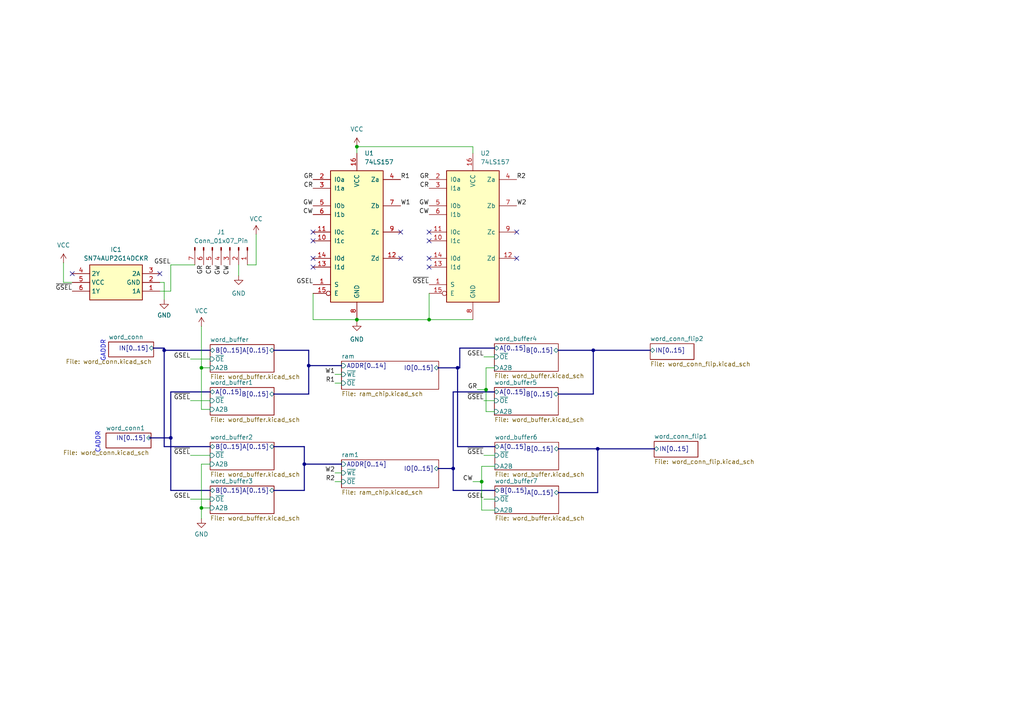
<source format=kicad_sch>
(kicad_sch (version 20231120) (generator "eeschema") (generator_version "8.0")
  (paper "A4")
  (lib_symbols
    (symbol "74xx:74LS157" (pin_names (offset 1.016))
      (property "Reference" "U" (at -7.62 19.05 0))
      (property "Value" "74LS157" (at -7.62 -21.59 0))
      (symbol "74LS157_1_0"
        (pin input line (at -12.7 -15.24 0) (length 5.08) (name "S") (number "1"))
        (pin input line (at -12.7 -2.54 0) (length 5.08) (name "I1c") (number "10"))
        (pin input line (at -12.7 0 0) (length 5.08) (name "I0c") (number "11"))
        (pin output line (at 12.7 -7.62 180) (length 5.08) (name "Zd") (number "12"))
        (pin input line (at -12.7 -10.16 0) (length 5.08) (name "I1d") (number "13"))
        (pin input line (at -12.7 -7.62 0) (length 5.08) (name "I0d") (number "14"))
        (pin input inverted (at -12.7 -17.78 0) (length 5.08) (name "E") (number "15"))
        (pin power_in line (at 0 22.86 270) (length 5.08) (name "VCC") (number "16"))
        (pin input line (at -12.7 15.24 0) (length 5.08) (name "I0a") (number "2"))
        (pin input line (at -12.7 12.7 0) (length 5.08) (name "I1a") (number "3"))
        (pin output line (at 12.7 15.24 180) (length 5.08) (name "Za") (number "4"))
        (pin input line (at -12.7 7.62 0) (length 5.08) (name "I0b") (number "5"))
        (pin input line (at -12.7 5.08 0) (length 5.08) (name "I1b") (number "6"))
        (pin output line (at 12.7 7.62 180) (length 5.08) (name "Zb") (number "7"))
        (pin power_in line (at 0 -25.4 90) (length 5.08) (name "GND") (number "8"))
        (pin output line (at 12.7 0 180) (length 5.08) (name "Zc") (number "9"))
      )
      (symbol "74LS157_1_1"
        (rectangle (start -7.62 17.78) (end 7.62 -20.32) (stroke (width 0.254)) (fill (type background)))
      )
    )
    (symbol "Connector:Conn_01x07_Pin" (pin_names (offset 1.016) hide)
      (property "Reference" "J" (at 0 10.16 0))
      (property "Value" "Conn_01x07_Pin" (at 0 -10.16 0))
      (symbol "Conn_01x07_Pin_1_1"
        (polyline (pts (xy 1.27 -7.62) (xy 0.8636 -7.62)) (stroke (width 0.1524)))
        (polyline (pts (xy 1.27 -5.08) (xy 0.8636 -5.08)) (stroke (width 0.1524)))
        (polyline (pts (xy 1.27 -2.54) (xy 0.8636 -2.54)) (stroke (width 0.1524)))
        (polyline (pts (xy 1.27 0) (xy 0.8636 0)) (stroke (width 0.1524)))
        (polyline (pts (xy 1.27 2.54) (xy 0.8636 2.54)) (stroke (width 0.1524)))
        (polyline (pts (xy 1.27 5.08) (xy 0.8636 5.08)) (stroke (width 0.1524)))
        (polyline (pts (xy 1.27 7.62) (xy 0.8636 7.62)) (stroke (width 0.1524)))
        (rectangle (start 0.8636 -7.493) (end 0 -7.747) (stroke (width 0.1524)) (fill (type outline)))
        (rectangle (start 0.8636 -4.953) (end 0 -5.207) (stroke (width 0.1524)) (fill (type outline)))
        (rectangle (start 0.8636 -2.413) (end 0 -2.667) (stroke (width 0.1524)) (fill (type outline)))
        (rectangle (start 0.8636 0.127) (end 0 -0.127) (stroke (width 0.1524)) (fill (type outline)))
        (rectangle (start 0.8636 2.667) (end 0 2.413) (stroke (width 0.1524)) (fill (type outline)))
        (rectangle (start 0.8636 5.207) (end 0 4.953) (stroke (width 0.1524)) (fill (type outline)))
        (rectangle (start 0.8636 7.747) (end 0 7.493) (stroke (width 0.1524)) (fill (type outline)))
        (pin passive line (at 5.08 7.62 180) (length 3.81) (name "Pin_1") (number "1"))
        (pin passive line (at 5.08 5.08 180) (length 3.81) (name "Pin_2") (number "2"))
        (pin passive line (at 5.08 2.54 180) (length 3.81) (name "Pin_3") (number "3"))
        (pin passive line (at 5.08 0 180) (length 3.81) (name "Pin_4") (number "4"))
        (pin passive line (at 5.08 -2.54 180) (length 3.81) (name "Pin_5") (number "5"))
        (pin passive line (at 5.08 -5.08 180) (length 3.81) (name "Pin_6") (number "6"))
        (pin passive line (at 5.08 -7.62 180) (length 3.81) (name "Pin_7") (number "7"))
      )
    )
    (symbol "SN74AUP2G14DCKR:SN74AUP2G14DCKR"
      (property "Reference" "IC" (at 21.59 7.62 0))
      (property "Value" "SN74AUP2G14DCKR" (at 21.59 5.08 0))
      (symbol "SN74AUP2G14DCKR_1_1"
        (rectangle (start 5.08 2.54) (end 20.32 -7.62) (stroke (width 0.254)) (fill (type background)))
        (pin passive line (at 0 0 0) (length 5.08) (name "1A") (number "1"))
        (pin power_in line (at 0 -2.54 0) (length 5.08) (name "GND") (number "2"))
        (pin passive line (at 0 -5.08 0) (length 5.08) (name "2A") (number "3"))
        (pin passive line (at 25.4 -5.08 180) (length 5.08) (name "2Y") (number "4"))
        (pin power_in line (at 25.4 -2.54 180) (length 5.08) (name "VCC") (number "5"))
        (pin passive line (at 25.4 0 180) (length 5.08) (name "1Y") (number "6"))
      )
    )
    (symbol "power:GND" (power) (pin_numbers hide) (pin_names (offset 0) hide)
      (property "Value" "GND" (at 0 -3.81 0))
      (symbol "GND_0_1"
        (polyline (pts (xy 0 0) (xy 0 -1.27) (xy 1.27 -1.27) (xy 0 -2.54) (xy -1.27 -1.27) (xy 0 -1.27)))
      )
      (symbol "GND_1_1"
        (pin power_in line (at 0 0 270) (length 0) (name "~") (number "1"))
      )
    )
    (symbol "power:VCC" (power) (pin_numbers hide) (pin_names (offset 0) hide)
      (property "Value" "VCC" (at 0 3.556 0))
      (symbol "VCC_0_1"
        (polyline (pts (xy -0.762 1.27) (xy 0 2.54)))
        (polyline (pts (xy 0 0) (xy 0 2.54)))
        (polyline (pts (xy 0 2.54) (xy 0.762 1.27)))
      )
      (symbol "VCC_1_1"
        (pin power_in line (at 0 0 90) (length 0) (name "~") (number "1"))
      )
    )
  )
  (junction (at 131.445 135.89))
  (junction (at 58.42 106.68))
  (junction (at 88.265 134.62))
  (junction (at 172.085 101.6))
  (junction (at 89.535 106.045))
  (junction (at 58.42 147.32))
  (junction (at 139.7 139.7))
  (junction (at 132.715 106.68))
  (junction (at 47.625 101.6))
  (junction (at 140.97 113.03))
  (junction (at 103.505 92.71))
  (junction (at 173.355 130.175))
  (junction (at 103.505 42.545))
  (junction (at 49.53 127))
  (junction (at 124.46 92.71))
  (no_connect (at 124.46 69.85))
  (no_connect (at 124.46 74.93))
  (no_connect (at 124.46 77.47))
  (no_connect (at 90.805 67.31))
  (no_connect (at 20.955 79.375))
  (no_connect (at 116.205 67.31))
  (no_connect (at 90.805 74.93))
  (no_connect (at 90.805 69.85))
  (no_connect (at 149.86 74.93))
  (no_connect (at 124.46 67.31))
  (no_connect (at 149.86 67.31))
  (no_connect (at 116.205 74.93))
  (no_connect (at 46.355 79.375))
  (no_connect (at 90.805 77.47))
  (wire (pts (xy 18.415 81.915) (xy 20.955 81.915)))
  (wire (pts (xy 140.97 119.38) (xy 143.383 119.38)))
  (wire (pts (xy 49.53 76.835) (xy 56.515 76.835)))
  (wire (pts (xy 137.16 139.7) (xy 139.7 139.7)))
  (bus (pts (xy 161.925 142.875) (xy 173.355 142.875)))
  (bus (pts (xy 173.355 142.875) (xy 173.355 130.175)))
  (bus (pts (xy 173.355 130.175) (xy 189.865 130.175)))
  (bus (pts (xy 133.35 100.965) (xy 133.35 106.68)))
  (bus (pts (xy 89.535 114.3) (xy 89.535 106.045)))
  (bus (pts (xy 89.535 101.6) (xy 89.535 106.045)))
  (wire (pts (xy 139.7 135.255) (xy 139.7 139.7)))
  (wire (pts (xy 55.245 144.78) (xy 60.96 144.78)))
  (bus (pts (xy 88.265 134.62) (xy 99.06 134.62)))
  (bus (pts (xy 47.625 101.6) (xy 47.625 129.54)))
  (bus (pts (xy 88.265 142.24) (xy 88.265 134.62)))
  (wire (pts (xy 58.42 106.68) (xy 58.42 118.745)))
  (wire (pts (xy 140.335 103.505) (xy 143.383 103.505)))
  (wire (pts (xy 69.215 76.835) (xy 69.215 80.01)))
  (bus (pts (xy 49.53 127) (xy 49.53 113.665)))
  (wire (pts (xy 140.97 113.03) (xy 140.97 119.38)))
  (wire (pts (xy 139.7 147.955) (xy 143.51 147.955)))
  (wire (pts (xy 90.805 85.09) (xy 90.805 92.71)))
  (bus (pts (xy 49.53 113.665) (xy 60.96 113.665)))
  (bus (pts (xy 132.715 106.68) (xy 133.35 106.68)))
  (bus (pts (xy 127 135.89) (xy 131.445 135.89)))
  (wire (pts (xy 140.97 106.68) (xy 140.97 113.03)))
  (bus (pts (xy 161.925 114.3) (xy 172.085 114.3)))
  (bus (pts (xy 47.625 100.965) (xy 47.625 101.6)))
  (wire (pts (xy 97.155 111.125) (xy 99.06 111.125)))
  (wire (pts (xy 143.51 135.255) (xy 139.7 135.255)))
  (wire (pts (xy 58.42 94.615) (xy 58.42 106.68)))
  (wire (pts (xy 49.53 76.835) (xy 49.53 84.455)))
  (bus (pts (xy 79.375 114.3) (xy 89.535 114.3)))
  (wire (pts (xy 90.805 92.71) (xy 103.505 92.71)))
  (wire (pts (xy 18.415 76.2) (xy 18.415 81.915)))
  (bus (pts (xy 172.085 101.6) (xy 172.085 114.3)))
  (bus (pts (xy 44.45 100.965) (xy 47.625 100.965)))
  (bus (pts (xy 79.375 142.24) (xy 88.265 142.24)))
  (wire (pts (xy 74.295 76.835) (xy 71.755 76.835)))
  (wire (pts (xy 103.505 42.545) (xy 103.505 44.45)))
  (bus (pts (xy 43.18 127) (xy 49.53 127)))
  (bus (pts (xy 79.375 129.54) (xy 88.265 129.54)))
  (wire (pts (xy 46.355 84.455) (xy 49.53 84.455)))
  (wire (pts (xy 140.335 144.78) (xy 143.51 144.78)))
  (bus (pts (xy 172.085 101.6) (xy 188.595 101.6)))
  (bus (pts (xy 131.445 135.89) (xy 131.445 142.24)))
  (wire (pts (xy 139.7 139.7) (xy 139.7 147.955)))
  (wire (pts (xy 140.335 116.205) (xy 143.383 116.205)))
  (wire (pts (xy 124.46 92.71) (xy 137.16 92.71)))
  (wire (pts (xy 103.505 92.71) (xy 124.46 92.71)))
  (bus (pts (xy 47.625 129.54) (xy 60.96 129.54)))
  (wire (pts (xy 58.42 106.68) (xy 60.96 106.68)))
  (bus (pts (xy 88.265 129.54) (xy 88.265 134.62)))
  (wire (pts (xy 46.355 81.915) (xy 47.625 81.915)))
  (wire (pts (xy 55.245 104.14) (xy 60.96 104.14)))
  (wire (pts (xy 97.155 139.7) (xy 99.06 139.7)))
  (bus (pts (xy 127 106.68) (xy 132.715 106.68)))
  (wire (pts (xy 58.42 134.62) (xy 60.96 134.62)))
  (bus (pts (xy 47.625 101.6) (xy 60.96 101.6)))
  (wire (pts (xy 47.625 81.915) (xy 47.625 86.995)))
  (bus (pts (xy 131.445 142.24) (xy 143.51 142.24)))
  (wire (pts (xy 58.42 118.745) (xy 60.96 118.745)))
  (wire (pts (xy 124.46 85.09) (xy 124.46 92.71)))
  (wire (pts (xy 58.42 134.62) (xy 58.42 147.32)))
  (bus (pts (xy 132.715 106.68) (xy 132.715 129.54)))
  (bus (pts (xy 161.925 130.175) (xy 173.355 130.175)))
  (wire (pts (xy 97.155 108.585) (xy 99.06 108.585)))
  (wire (pts (xy 55.245 132.08) (xy 60.96 132.08)))
  (bus (pts (xy 131.445 113.665) (xy 143.383 113.665)))
  (wire (pts (xy 137.16 42.545) (xy 137.16 44.45)))
  (wire (pts (xy 55.245 116.205) (xy 60.96 116.205)))
  (wire (pts (xy 103.505 42.545) (xy 137.16 42.545)))
  (bus (pts (xy 79.375 101.6) (xy 89.535 101.6)))
  (wire (pts (xy 138.43 113.03) (xy 140.97 113.03)))
  (bus (pts (xy 161.925 101.6) (xy 172.085 101.6)))
  (bus (pts (xy 131.445 135.89) (xy 131.445 113.665)))
  (bus (pts (xy 143.383 100.965) (xy 133.35 100.965)))
  (wire (pts (xy 143.383 106.68) (xy 140.97 106.68)))
  (bus (pts (xy 89.535 106.045) (xy 99.06 106.045)))
  (wire (pts (xy 140.335 132.08) (xy 143.51 132.08)))
  (wire (pts (xy 97.155 137.16) (xy 99.06 137.16)))
  (bus (pts (xy 132.715 129.54) (xy 143.51 129.54)))
  (wire (pts (xy 74.295 67.945) (xy 74.295 76.835)))
  (bus (pts (xy 49.53 142.24) (xy 60.96 142.24)))
  (wire (pts (xy 103.505 93.345) (xy 103.505 92.71)))
  (wire (pts (xy 58.42 147.32) (xy 60.96 147.32)))
  (wire (pts (xy 58.42 147.32) (xy 58.42 150.495)))
  (bus (pts (xy 49.53 127) (xy 49.53 142.24)))
  (text "CADDR" (at 28.448 128.27 90) (effects (font (size 1.27 1.27))))
  (text "GADDR\n" (at 29.972 101.727 90) (effects (font (size 1.27 1.27))))
  (label "GSEL" (at 140.335 103.505 180))
  (label "~{GSEL}" (at 140.335 132.08 180))
  (label "CW" (at 124.46 62.23 180))
  (label "~{GSEL}" (at 124.46 82.55 180))
  (label "W2" (at 97.155 137.16 180))
  (label "R1" (at 97.155 111.125 180))
  (label "GSEL" (at 55.245 144.78 180))
  (label "GR" (at 59.055 76.835 270))
  (label "GSEL" (at 90.805 82.55 180))
  (label "W2" (at 149.86 59.69 0))
  (label "R2" (at 149.86 52.07 0))
  (label "GW" (at 90.805 59.69 180))
  (label "~{GSEL}" (at 55.245 116.205 180))
  (label "R1" (at 116.205 52.07 0))
  (label "GSEL" (at 55.245 104.14 180))
  (label "GR" (at 90.805 52.07 180))
  (label "GW" (at 64.135 76.835 270))
  (label "GSEL" (at 49.53 76.835 180))
  (label "~{GSEL}" (at 140.335 116.205 180))
  (label "~{GSEL}" (at 55.245 132.08 180))
  (label "CR" (at 90.805 54.61 180))
  (label "GR" (at 138.43 113.03 180))
  (label "R2" (at 97.155 139.7 180))
  (label "~{GSEL}" (at 20.955 84.455 180))
  (label "GSEL" (at 140.335 144.78 180))
  (label "CR" (at 124.46 54.61 180))
  (label "CR" (at 61.595 76.835 270))
  (label "GR" (at 124.46 52.07 180))
  (label "GW" (at 124.46 59.69 180))
  (label "CW" (at 90.805 62.23 180))
  (label "W1" (at 116.205 59.69 0))
  (label "W1" (at 97.155 108.585 180))
  (label "CW" (at 66.675 76.835 270))
  (label "CW" (at 137.16 139.7 180))
  (symbol (lib_id "Connector:Conn_01x07_Pin") (at 64.135 71.755 270) (unit 1)
    (property "Reference" "J1" (at 64.135 67.31 90))
    (property "Value" "Conn_01x07_Pin" (at 64.135 69.85 90))
    (property "Footprint" "Connector_PinSocket_2.54mm:PinSocket_1x07_P2.54mm_Vertical" (effects (hide yes)))
    (property "Description" "Generic connector, single row, 01x07, script generated" (effects (hide yes)))
  )
  (symbol (lib_id "power:VCC") (at 58.42 94.615 0) (unit 1)
    (property "Reference" "#PWR03" (effects (hide yes)))
    (property "Value" "VCC" (at 58.42 90.17 0))
    (property "Description" "Power symbol creates a global label with name \"VCC\"" (effects (hide yes)))
  )
  (symbol (lib_id "74xx:74LS157") (at 137.16 67.31 0) (unit 1)
    (property "Reference" "U2" (at 139.3541 44.45 0) (effects (justify left)))
    (property "Value" "74LS157" (at 139.3541 46.99 0) (effects (justify left)))
    (property "Footprint" "Package_SO:SOIC-16_3.9x9.9mm_P1.27mm" (effects (hide yes)))
    (property "Datasheet" "http://www.ti.com/lit/gpn/sn74LS157" (effects (hide yes)))
    (property "Description" "Quad 2 to 1 line Multiplexer" (effects (hide yes)))
  )
  (symbol (lib_id "power:GND") (at 69.215 80.01 0) (unit 1)
    (property "Reference" "#PWR05" (effects (hide yes)))
    (property "Value" "GND" (at 69.215 85.09 0))
    (property "Description" "Power symbol creates a global label with name \"GND\" , ground" (effects (hide yes)))
  )
  (symbol (lib_id "power:VCC") (at 103.505 42.545 0) (unit 1)
    (property "Reference" "#PWR07" (effects (hide yes)))
    (property "Value" "VCC" (at 103.505 37.465 0))
    (property "Description" "Power symbol creates a global label with name \"VCC\"" (effects (hide yes)))
  )
  (symbol (lib_id "power:GND") (at 58.42 150.495 0) (unit 1)
    (property "Reference" "#PWR04" (effects (hide yes)))
    (property "Value" "GND" (at 58.42 154.94 0))
    (property "Description" "Power symbol creates a global label with name \"GND\" , ground" (effects (hide yes)))
  )
  (symbol (lib_id "power:VCC") (at 18.415 76.2 0) (unit 1)
    (property "Reference" "#PWR01" (effects (hide yes)))
    (property "Value" "VCC" (at 18.415 71.12 0))
    (property "Description" "Power symbol creates a global label with name \"VCC\"" (effects (hide yes)))
  )
  (symbol (lib_id "74xx:74LS157") (at 103.505 67.31 0) (unit 1)
    (property "Reference" "U1" (at 105.6991 44.45 0) (effects (justify left)))
    (property "Value" "74LS157" (at 105.6991 46.99 0) (effects (justify left)))
    (property "Footprint" "Package_SO:SOIC-16_3.9x9.9mm_P1.27mm" (effects (hide yes)))
    (property "Datasheet" "http://www.ti.com/lit/gpn/sn74LS157" (effects (hide yes)))
    (property "Description" "Quad 2 to 1 line Multiplexer" (effects (hide yes)))
  )
  (symbol (lib_id "power:GND") (at 47.625 86.995 0) (unit 1)
    (property "Reference" "#PWR02" (effects (hide yes)))
    (property "Value" "GND" (at 47.625 91.44 0))
    (property "Description" "Power symbol creates a global label with name \"GND\" , ground" (effects (hide yes)))
  )
  (symbol (lib_id "power:GND") (at 103.505 93.345 0) (unit 1)
    (property "Reference" "#PWR08" (effects (hide yes)))
    (property "Value" "GND" (at 103.505 98.425 0))
    (property "Description" "Power symbol creates a global label with name \"GND\" , ground" (effects (hide yes)))
  )
  (symbol (lib_id "power:VCC") (at 74.295 67.945 0) (unit 1)
    (property "Reference" "#PWR06" (effects (hide yes)))
    (property "Value" "VCC" (at 74.295 63.5 0))
    (property "Description" "Power symbol creates a global label with name \"VCC\"" (effects (hide yes)))
  )
  (symbol (lib_id "SN74AUP2G14DCKR:SN74AUP2G14DCKR") (at 46.355 84.455 180) (unit 1)
    (property "Reference" "IC1" (at 33.655 72.39 0))
    (property "Value" "SN74AUP2G14DCKR" (at 33.655 74.93 0))
    (property "Footprint" "sn74aup2:SOT65P210X110-6N" (effects (hide yes)))
    (property "Datasheet" "http://www.ti.com/lit/ds/symlink/sn74aup2g14.pdf" (effects (hide yes)))
    (property "Description" "Low-Power Dual Schmitt-Trigger Inverter" (effects (hide yes)))
    (property "Height" "1.1" (effects (hide yes)))
    (property "Mouser Part Number" "595-SN74AUP2G14DCKR" (effects (hide yes)))
    (property "Mouser Price/Stock" "https://www.mouser.co.uk/ProductDetail/Texas-Instruments/SN74AUP2G14DCKR?qs=EuM%2FBx4ov4QTOJAKFTdFxA%3D%3D" (effects (hide yes)))
    (property "Manufacturer_Name" "Texas Instruments" (effects (hide yes)))
    (property "Manufacturer_Part_Number" "SN74AUP2G14DCKR" (effects (hide yes)))
  )
  (sheet (at 143.51 128.27) (size 18.542 8.001) (stroke (width 0.1524))
    (property "Sheetname" "word_buffer6" (at 143.51 127.5584 0) (effects (justify left bottom)))
    (property "Sheetfile" "word_buffer.kicad_sch" (at 143.51 136.8556 0) (effects (justify left top)))
    (pin "~{OE}" input (at 143.51 132.08 180))
    (pin "A[0..15]" bidirectional (at 143.51 129.54 180))
    (pin "B[0..15]" bidirectional (at 162.052 130.175 0))
    (pin "A2B" input (at 143.51 135.255 180))
  )
  (sheet (at 143.51 140.97) (size 18.542 8.001) (stroke (width 0.1524))
    (property "Sheetname" "word_buffer7" (at 143.51 140.2584 0) (effects (justify left bottom)))
    (property "Sheetfile" "word_buffer.kicad_sch" (at 143.51 149.5556 0) (effects (justify left top)))
    (pin "~{OE}" input (at 143.51 144.78 180))
    (pin "A[0..15]" bidirectional (at 162.052 142.875 0))
    (pin "B[0..15]" bidirectional (at 143.51 142.24 180))
    (pin "A2B" input (at 143.51 147.955 180))
  )
  (sheet (at 99.06 104.775) (size 28.194 8.128) (stroke (width 0.1524))
    (property "Sheetname" "ram" (at 99.06 104.0634 0) (effects (justify left bottom)))
    (property "Sheetfile" "ram_chip.kicad_sch" (at 99.06 113.4876 0) (effects (justify left top)))
    (pin "ADDR[0..14]" input (at 99.06 106.045 180))
    (pin "~{WE}" input (at 99.06 108.585 180))
    (pin "~{OE}" input (at 99.06 111.125 180))
    (pin "IO[0..15]" bidirectional (at 127.254 106.68 0))
  )
  (sheet (at 31.496 99.187) (size 13.081 4.318) (stroke (width 0.1524))
    (property "Sheetname" "word_conn" (at 31.496 98.4754 0) (effects (justify left bottom)))
    (property "Sheetfile" "word_conn.kicad_sch" (at 19.05 104.14 0) (effects (justify left top)))
    (pin "IN[0..15]" tri_state (at 44.577 100.965 0))
  )
  (sheet (at 60.96 128.27) (size 18.542 8.001) (stroke (width 0.1524))
    (property "Sheetname" "word_buffer2" (at 60.96 127.5584 0) (effects (justify left bottom)))
    (property "Sheetfile" "word_buffer.kicad_sch" (at 60.96 136.8556 0) (effects (justify left top)))
    (pin "~{OE}" input (at 60.96 132.08 180))
    (pin "A[0..15]" bidirectional (at 79.502 129.54 0))
    (pin "B[0..15]" bidirectional (at 60.96 129.54 180))
    (pin "A2B" input (at 60.96 134.62 180))
  )
  (sheet (at 143.383 112.395) (size 18.542 8.001) (stroke (width 0.1524))
    (property "Sheetname" "word_buffer5" (at 143.383 111.6834 0) (effects (justify left bottom)))
    (property "Sheetfile" "word_buffer.kicad_sch" (at 143.383 120.9806 0) (effects (justify left top)))
    (pin "~{OE}" input (at 143.383 116.205 180))
    (pin "A[0..15]" bidirectional (at 143.383 113.665 180))
    (pin "B[0..15]" bidirectional (at 161.925 114.3 0))
    (pin "A2B" input (at 143.383 119.38 180))
  )
  (sheet (at 60.96 140.97) (size 18.542 8.001) (stroke (width 0.1524))
    (property "Sheetname" "word_buffer3" (at 60.96 140.2584 0) (effects (justify left bottom)))
    (property "Sheetfile" "word_buffer.kicad_sch" (at 60.96 149.5556 0) (effects (justify left top)))
    (pin "~{OE}" input (at 60.96 144.78 180))
    (pin "A[0..15]" bidirectional (at 79.502 142.24 0))
    (pin "B[0..15]" bidirectional (at 60.96 142.24 180))
    (pin "A2B" input (at 60.96 147.32 180))
  )
  (sheet (at 99.06 133.35) (size 28.194 8.128) (stroke (width 0.1524))
    (property "Sheetname" "ram1" (at 99.06 132.6384 0) (effects (justify left bottom)))
    (property "Sheetfile" "ram_chip.kicad_sch" (at 99.06 142.0626 0) (effects (justify left top)))
    (pin "ADDR[0..14]" input (at 99.06 134.62 180))
    (pin "~{WE}" input (at 99.06 137.16 180))
    (pin "~{OE}" input (at 99.06 139.7 180))
    (pin "IO[0..15]" bidirectional (at 127.254 135.89 0))
  )
  (sheet (at 60.96 99.949) (size 18.542 8.001) (stroke (width 0.1524))
    (property "Sheetname" "word_buffer" (at 60.96 99.2374 0) (effects (justify left bottom)))
    (property "Sheetfile" "word_buffer.kicad_sch" (at 60.96 108.5346 0) (effects (justify left top)))
    (pin "~{OE}" input (at 60.96 104.14 180))
    (pin "A[0..15]" bidirectional (at 79.502 101.6 0))
    (pin "B[0..15]" bidirectional (at 60.96 101.6 180))
    (pin "A2B" input (at 60.96 106.68 180))
  )
  (sheet (at 188.595 99.695) (size 12.7 4.572) (stroke (width 0.1524))
    (property "Sheetname" "word_conn_flip2" (at 188.595 98.9834 0) (effects (justify left bottom)))
    (property "Sheetfile" "word_conn_flip.kicad_sch" (at 188.595 104.8516 0) (effects (justify left top)))
    (pin "IN[0..15]" tri_state (at 188.595 101.6 180))
  )
  (sheet (at 189.738 128.016) (size 12.7 4.572) (stroke (width 0.1524))
    (property "Sheetname" "word_conn_flip1" (at 189.738 127.3044 0) (effects (justify left bottom)))
    (property "Sheetfile" "word_conn_flip.kicad_sch" (at 189.738 133.1726 0) (effects (justify left top)))
    (pin "IN[0..15]" tri_state (at 189.738 130.175 180))
  )
  (sheet (at 143.383 99.695) (size 18.542 8.001) (stroke (width 0.1524))
    (property "Sheetname" "word_buffer4" (at 143.383 98.9834 0) (effects (justify left bottom)))
    (property "Sheetfile" "word_buffer.kicad_sch" (at 143.383 108.2806 0) (effects (justify left top)))
    (pin "~{OE}" input (at 143.383 103.505 180))
    (pin "A[0..15]" bidirectional (at 143.383 100.965 180))
    (pin "B[0..15]" bidirectional (at 161.925 101.6 0))
    (pin "A2B" input (at 143.383 106.68 180))
  )
  (sheet (at 60.96 112.395) (size 18.542 8.001) (stroke (width 0.1524))
    (property "Sheetname" "word_buffer1" (at 60.96 111.6834 0) (effects (justify left bottom)))
    (property "Sheetfile" "word_buffer.kicad_sch" (at 60.96 120.9806 0) (effects (justify left top)))
    (pin "~{OE}" input (at 60.96 116.205 180))
    (pin "A[0..15]" bidirectional (at 60.96 113.665 180))
    (pin "B[0..15]" bidirectional (at 79.502 114.3 0))
    (pin "A2B" input (at 60.96 118.745 180))
  )
  (sheet (at 30.734 125.603) (size 13.081 4.318) (stroke (width 0.1524))
    (property "Sheetname" "word_conn1" (at 30.734 124.8914 0) (effects (justify left bottom)))
    (property "Sheetfile" "word_conn.kicad_sch" (at 18.288 130.556 0) (effects (justify left top)))
    (pin "IN[0..15]" tri_state (at 43.815 127 0))
  )
)
</source>
